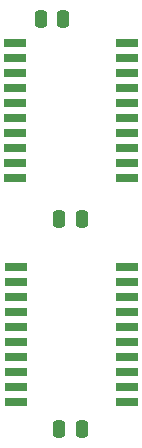
<source format=gtp>
%TF.GenerationSoftware,KiCad,Pcbnew,9.0.2*%
%TF.CreationDate,2025-06-17T18:59:47+02:00*%
%TF.ProjectId,Coprocessor Transceiver,436f7072-6f63-4657-9373-6f7220547261,V0*%
%TF.SameCoordinates,Original*%
%TF.FileFunction,Paste,Top*%
%TF.FilePolarity,Positive*%
%FSLAX46Y46*%
G04 Gerber Fmt 4.6, Leading zero omitted, Abs format (unit mm)*
G04 Created by KiCad (PCBNEW 9.0.2) date 2025-06-17 18:59:47*
%MOMM*%
%LPD*%
G01*
G04 APERTURE LIST*
G04 Aperture macros list*
%AMRoundRect*
0 Rectangle with rounded corners*
0 $1 Rounding radius*
0 $2 $3 $4 $5 $6 $7 $8 $9 X,Y pos of 4 corners*
0 Add a 4 corners polygon primitive as box body*
4,1,4,$2,$3,$4,$5,$6,$7,$8,$9,$2,$3,0*
0 Add four circle primitives for the rounded corners*
1,1,$1+$1,$2,$3*
1,1,$1+$1,$4,$5*
1,1,$1+$1,$6,$7*
1,1,$1+$1,$8,$9*
0 Add four rect primitives between the rounded corners*
20,1,$1+$1,$2,$3,$4,$5,0*
20,1,$1+$1,$4,$5,$6,$7,0*
20,1,$1+$1,$6,$7,$8,$9,0*
20,1,$1+$1,$8,$9,$2,$3,0*%
G04 Aperture macros list end*
%ADD10RoundRect,0.250000X0.250000X0.475000X-0.250000X0.475000X-0.250000X-0.475000X0.250000X-0.475000X0*%
%ADD11RoundRect,0.250000X-0.250000X-0.475000X0.250000X-0.475000X0.250000X0.475000X-0.250000X0.475000X0*%
%ADD12R,1.950000X0.650000*%
G04 APERTURE END LIST*
D10*
%TO.C,C8*%
X8580000Y-16510000D03*
X6680000Y-16510000D03*
%TD*%
D11*
%TO.C,C4*%
X6686000Y-34290000D03*
X8586000Y-34290000D03*
%TD*%
D10*
%TO.C,C1*%
X7030000Y381000D03*
X5130000Y381000D03*
%TD*%
D12*
%TO.C,IC7*%
X2921000Y-1651000D03*
X2921000Y-2921000D03*
X2921000Y-4191000D03*
X2921000Y-5461000D03*
X2921000Y-6731000D03*
X2921000Y-8001000D03*
X2921000Y-9271000D03*
X2921000Y-10541000D03*
X2921000Y-11811000D03*
X2921000Y-13081000D03*
X12371000Y-13081000D03*
X12371000Y-11811000D03*
X12371000Y-10541000D03*
X12371000Y-9271000D03*
X12371000Y-8001000D03*
X12371000Y-6731000D03*
X12371000Y-5461000D03*
X12371000Y-4191000D03*
X12371000Y-2921000D03*
X12371000Y-1651000D03*
%TD*%
%TO.C,IC6*%
X12446000Y-32004000D03*
X12446000Y-30734000D03*
X12446001Y-29464000D03*
X12446000Y-28194000D03*
X12446000Y-26924000D03*
X12446000Y-25654000D03*
X12446000Y-24384000D03*
X12446001Y-23114000D03*
X12446000Y-21844000D03*
X12446000Y-20574000D03*
X2996000Y-20574000D03*
X2996000Y-21844000D03*
X2995999Y-23114000D03*
X2996000Y-24384000D03*
X2996000Y-25654000D03*
X2996000Y-26924000D03*
X2996000Y-28194000D03*
X2995999Y-29464000D03*
X2996000Y-30734000D03*
X2996000Y-32004000D03*
%TD*%
M02*

</source>
